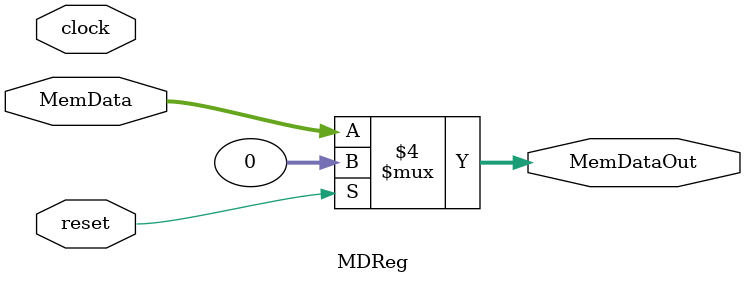
<source format=v>
`timescale 1ns / 1ps

module MDReg(MemDataOut, MemData, clock, reset
    );
//OUTPUTS------------------------------
	output [31:0] MemDataOut;
//INPUTS-------------------------------
	input [31:0] MemData;
	input clock, reset;
//OTHER--------------------------------
	reg [31:0] MemDataOut;
//CODE---------------------------------
	always @(MemData) begin
		if (reset == 1) begin
			MemDataOut = 0;
		end
		else begin
			MemDataOut = MemData;
		end
	end
endmodule

</source>
